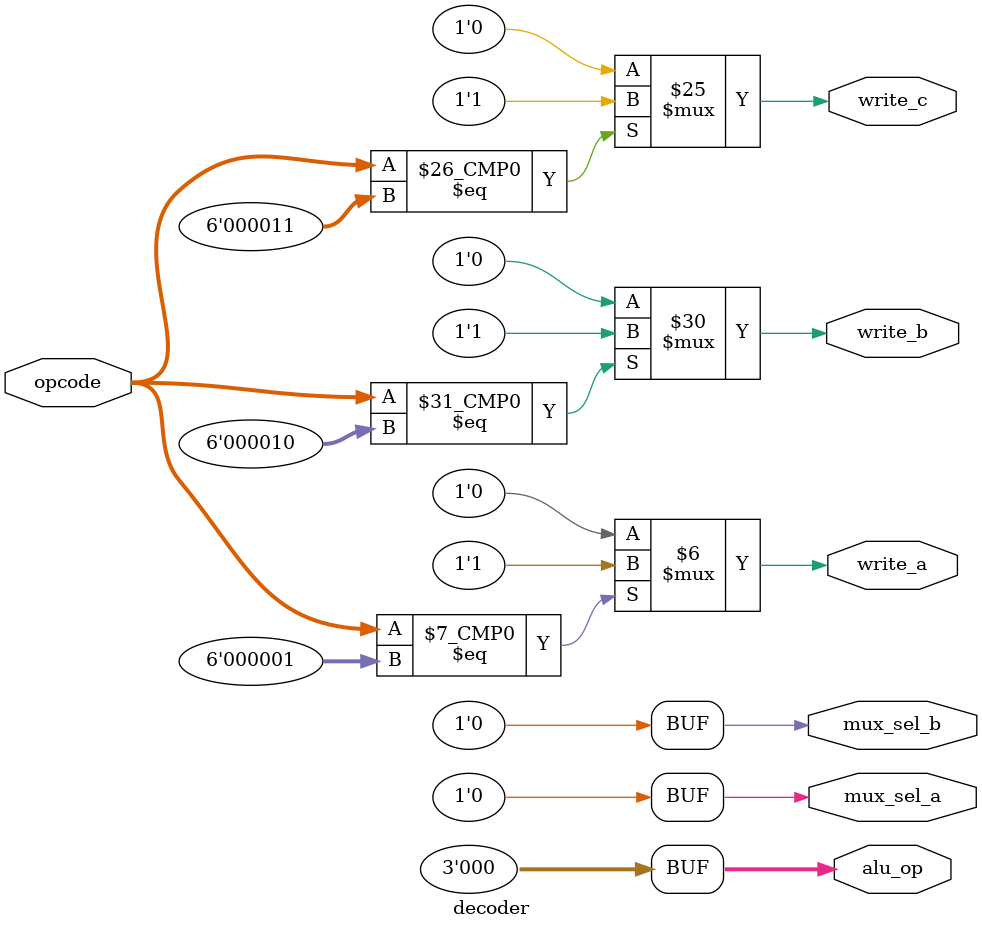
<source format=sv>
module decoder(
    input logic [5:0] opcode,
    output logic write_a,
    output logic write_b,
    output logic write_c,
    output logic mux_sel_a,
    output logic mux_sel_b,
    output logic [2:0] alu_op
);
    always_comb begin
        write_a = 0;
        write_b = 0;
        write_c = 0;
        mux_sel_a = 0;
        mux_sel_b = 0;
        alu_op = 0;

        case (opcode)
            6'b000001: begin // LOADA
                write_a = 1;
            end
            6'b000010: begin // LOADB
                write_b = 1;
            end
            6'b000011: begin // ADD
                mux_sel_a = 0;
                mux_sel_b = 0;
                alu_op = 3'b000;
                write_c = 1;
            end
            6'b000100: begin // READOUT (NOP for now)
            end
        endcase
    end
endmodule
</source>
